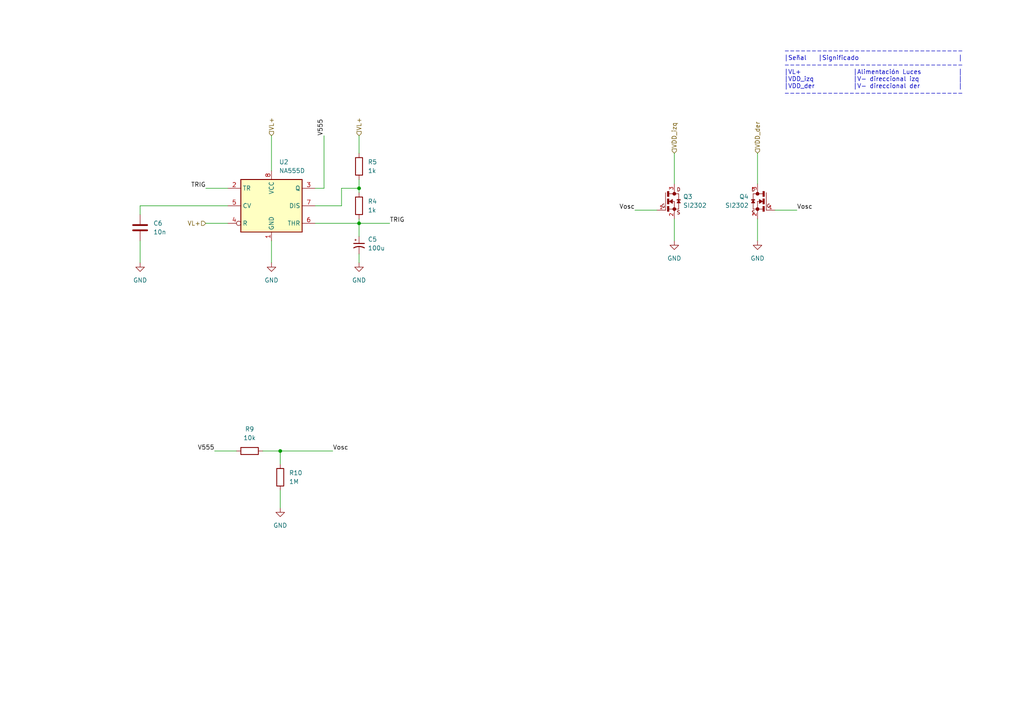
<source format=kicad_sch>
(kicad_sch (version 20230121) (generator eeschema)
  (paper "A4")
  (lib_symbols
    (symbol "Device:C" (pin_numbers hide) (pin_names (offset 0.254))
      (property "Reference" "C" (at 0.635 2.54 0))
      (property "Value" "C" (at 0.635 -2.54 0))
      (symbol "C_0_1"
        (polyline (pts (xy -2.032 -0.762) (xy 2.032 -0.762)) (stroke (width 0.508)))
        (polyline (pts (xy -2.032 0.762) (xy 2.032 0.762)) (stroke (width 0.508)))
      )
      (symbol "C_1_1"
        (pin passive line (at 0 3.81 270) (length 2.794) (name "~") (number "1"))
        (pin passive line (at 0 -3.81 90) (length 2.794) (name "~") (number "2"))
      )
    )
    (symbol "Device:C_Polarized_Small_US" (pin_numbers hide) (pin_names (offset 0.254) hide)
      (property "Reference" "C" (at 0.254 1.778 0))
      (property "Value" "C_Polarized_Small_US" (at 0.254 -2.032 0))
      (symbol "C_Polarized_Small_US_0_1"
        (polyline (pts (xy -1.524 0.508) (xy 1.524 0.508)) (stroke (width 0.3048)))
        (polyline (pts (xy -1.27 1.524) (xy -0.762 1.524)))
        (polyline (pts (xy -1.016 1.27) (xy -1.016 1.778)))
        (arc (start 1.524 -0.762) (mid 0 -0.3734) (end -1.524 -0.762) (stroke (width 0.3048)))
      )
      (symbol "C_Polarized_Small_US_1_1"
        (pin passive line (at 0 2.54 270) (length 2.032) (name "~") (number "1"))
        (pin passive line (at 0 -2.54 90) (length 2.032) (name "~") (number "2"))
      )
    )
    (symbol "Device:R" (pin_numbers hide) (pin_names (offset 0))
      (property "Reference" "R" (at 2.032 0 90))
      (property "Value" "R" (at 0 0 90))
      (symbol "R_0_1"
        (rectangle (start -1.016 -2.54) (end 1.016 2.54) (stroke (width 0.254)))
      )
      (symbol "R_1_1"
        (pin passive line (at 0 3.81 270) (length 1.27) (name "~") (number "1"))
        (pin passive line (at 0 -3.81 90) (length 1.27) (name "~") (number "2"))
      )
    )
    (symbol "SI2302:SI2302" (pin_names (offset 1.016))
      (property "Reference" "Q" (at 2.5417 0 0))
      (property "Value" "SI2302" (at 2.5438 -2.5438 0))
      (symbol "SI2302_0_0"
        (rectangle (start -2.035 1.399) (end -1.524 2.921) (stroke (width 0.1)) (fill (type outline)))
        (rectangle (start -2.0335 -2.9232) (end -1.524 -1.397) (stroke (width 0.1)) (fill (type outline)))
        (rectangle (start -2.0336 -0.7626) (end -1.524 0.762) (stroke (width 0.1)) (fill (type outline)))
        (circle (center 0 -2.2225) (radius 0.127) (stroke (width 0.4064)))
        (polyline (pts (xy -2.54 -2.54) (xy -2.54 2.54)) (stroke (width 0.1524)))
        (polyline (pts (xy -1.5875 -2.2225) (xy 0 -2.2225)) (stroke (width 0.1524)))
        (polyline (pts (xy -1.5875 2.2225) (xy 0 2.2225)) (stroke (width 0.1524)))
        (polyline (pts (xy -0.508 0) (xy 0 0)) (stroke (width 0.1524)))
        (polyline (pts (xy 0 -2.2225) (xy 0 -2.54)) (stroke (width 0.1524)))
        (polyline (pts (xy 0 0) (xy 0 -2.2225)) (stroke (width 0.1524)))
        (polyline (pts (xy 0 2.2225) (xy 1.27 2.2225)) (stroke (width 0.1524)))
        (polyline (pts (xy 0 2.54) (xy 0 2.2225)) (stroke (width 0.1524)))
        (polyline (pts (xy 1.27 -2.2225) (xy 0 -2.2225)) (stroke (width 0.1524)))
        (polyline (pts (xy 1.27 2.2225) (xy 1.27 -2.2225)) (stroke (width 0.1524)))
        (polyline (pts (xy -1.524 0) (xy -0.508 0.635) (xy -0.508 -0.635) (xy -1.524 0)) (stroke (width 0.1016)) (fill (type outline)))
        (polyline (pts (xy 1.27 0.3175) (xy 0.762 -0.4445) (xy 1.778 -0.4445) (xy 1.27 0.3175)) (stroke (width 0.1524)) (fill (type outline)))
        (circle (center 0 2.2225) (radius 0.127) (stroke (width 0.4064)))
        (rectangle (start 0.7632 0.318) (end 1.778 0.5715) (stroke (width 0.1)) (fill (type outline)))
        (text "D" (at 0.6361 2.8623 0) (effects (font (size 1.0177 1.0177)) (justify left bottom)))
        (text "G" (at -3.813 -1.9065 0) (effects (font (size 1.0168 1.0168)) (justify left bottom)))
        (text "S" (at 0.6357 -3.8141 0) (effects (font (size 1.0171 1.0171)) (justify left bottom)))
        (pin passive line (at -5.08 -2.54 0) (length 2.54) (name "~") (number "1"))
        (pin passive line (at 0 -5.08 90) (length 2.54) (name "~") (number "2"))
        (pin passive line (at 0 5.08 270) (length 2.54) (name "~") (number "3"))
      )
    )
    (symbol "Timer:NA555D"
      (property "Reference" "U" (at -10.16 8.89 0))
      (property "Value" "NA555D" (at 2.54 8.89 0))
      (symbol "NA555D_0_0"
        (pin power_in line (at 0 -10.16 90) (length 2.54) (name "GND") (number "1"))
        (pin power_in line (at 0 10.16 270) (length 2.54) (name "VCC") (number "8"))
      )
      (symbol "NA555D_0_1"
        (rectangle (start -8.89 -7.62) (end 8.89 7.62) (stroke (width 0.254)) (fill (type background)))
        (rectangle (start -8.89 -7.62) (end 8.89 7.62) (stroke (width 0.254)) (fill (type background)))
      )
      (symbol "NA555D_1_1"
        (pin input line (at -12.7 5.08 0) (length 3.81) (name "TR") (number "2"))
        (pin output line (at 12.7 5.08 180) (length 3.81) (name "Q") (number "3"))
        (pin input inverted (at -12.7 -5.08 0) (length 3.81) (name "R") (number "4"))
        (pin input line (at -12.7 0 0) (length 3.81) (name "CV") (number "5"))
        (pin input line (at 12.7 -5.08 180) (length 3.81) (name "THR") (number "6"))
        (pin input line (at 12.7 0 180) (length 3.81) (name "DIS") (number "7"))
      )
    )
    (symbol "power:GND" (power) (pin_names (offset 0))
      (property "Value" "GND" (at 0 -3.81 0))
      (symbol "GND_0_1"
        (polyline (pts (xy 0 0) (xy 0 -1.27) (xy 1.27 -1.27) (xy 0 -2.54) (xy -1.27 -1.27) (xy 0 -1.27)))
      )
      (symbol "GND_1_1"
        (pin power_in line (at 0 0 270) (length 0) hide (name "GND") (number "1"))
      )
    )
  )
  (junction (at 81.28 130.81))
  (junction (at 104.14 54.61))
  (junction (at 104.14 64.77))
  (wire (pts (xy 104.14 64.77) (xy 104.14 68.58)))
  (wire (pts (xy 219.71 63.5) (xy 219.71 69.85)))
  (wire (pts (xy 224.79 60.96) (xy 231.14 60.96)))
  (wire (pts (xy 99.06 59.69) (xy 99.06 54.61)))
  (wire (pts (xy 78.74 39.37) (xy 78.74 49.53)))
  (wire (pts (xy 78.74 69.85) (xy 78.74 76.2)))
  (wire (pts (xy 195.58 44.45) (xy 195.58 53.34)))
  (wire (pts (xy 104.14 64.77) (xy 113.03 64.77)))
  (wire (pts (xy 40.64 59.69) (xy 40.64 62.23)))
  (wire (pts (xy 66.04 59.69) (xy 40.64 59.69)))
  (wire (pts (xy 40.64 69.85) (xy 40.64 76.2)))
  (wire (pts (xy 81.28 142.24) (xy 81.28 147.32)))
  (wire (pts (xy 104.14 39.37) (xy 104.14 44.45)))
  (wire (pts (xy 81.28 130.81) (xy 96.52 130.81)))
  (wire (pts (xy 59.69 64.77) (xy 66.04 64.77)))
  (wire (pts (xy 99.06 54.61) (xy 104.14 54.61)))
  (wire (pts (xy 104.14 54.61) (xy 104.14 55.88)))
  (wire (pts (xy 62.23 130.81) (xy 68.58 130.81)))
  (wire (pts (xy 93.98 39.37) (xy 93.98 54.61)))
  (wire (pts (xy 104.14 63.5) (xy 104.14 64.77)))
  (wire (pts (xy 104.14 73.66) (xy 104.14 76.2)))
  (wire (pts (xy 76.2 130.81) (xy 81.28 130.81)))
  (wire (pts (xy 91.44 54.61) (xy 93.98 54.61)))
  (wire (pts (xy 81.28 130.81) (xy 81.28 134.62)))
  (wire (pts (xy 91.44 59.69) (xy 99.06 59.69)))
  (wire (pts (xy 59.69 54.61) (xy 66.04 54.61)))
  (wire (pts (xy 219.71 44.45) (xy 219.71 53.34)))
  (wire (pts (xy 195.58 63.5) (xy 195.58 69.85)))
  (wire (pts (xy 104.14 52.07) (xy 104.14 54.61)))
  (wire (pts (xy 184.15 60.96) (xy 190.5 60.96)))
  (wire (pts (xy 91.44 64.77) (xy 104.14 64.77)))
  (text "---------------------------------\n|Señal	|Significado					|\n---------------------------------\n|VL+ 			|Alimentación Luces		|\n|VDD_izq		|V- direccional izq		|\n|VDD_der		|V- direccional der		|\n---------------------------------" (at 227.33 27.94 0) (effects (font (size 1.27 1.27)) (justify left bottom)))
  (label "V555" (at 93.98 39.37 90))
  (label "Vosc" (at 184.15 60.96 180))
  (label "Vosc" (at 96.52 130.81 0))
  (label "TRIG" (at 113.03 64.77 0))
  (label "TRIG" (at 59.69 54.61 180))
  (label "V555" (at 62.23 130.81 180))
  (label "Vosc" (at 231.14 60.96 0))
  (hierarchical_label "VDD_izq" (shape input) (at 195.58 44.45 90))
  (hierarchical_label "VL+" (shape input) (at 78.74 39.37 90))
  (hierarchical_label "VL+" (shape input) (at 59.69 64.77 180))
  (hierarchical_label "VDD_der" (shape input) (at 219.71 44.45 90))
  (hierarchical_label "VL+" (shape input) (at 104.14 39.37 90))
  (symbol (lib_id "Device:C") (at 40.64 66.04 0) (unit 1)
    (property "Reference" "C6" (at 44.45 64.77 0) (effects (justify left)))
    (property "Value" "10n" (at 44.45 67.31 0) (effects (justify left)))
    (instances (project "SmartBike2" (path "" (reference "C6") (unit 1)) (path "" (reference "C5") (unit 1))))
  )
  (symbol (lib_id "Device:R") (at 104.14 48.26 0) (unit 1)
    (property "Reference" "R5" (at 106.68 46.99 0) (effects (justify left)))
    (property "Value" "1k" (at 106.68 49.53 0) (effects (justify left)))
    (instances (project "SmartBike2" (path "" (reference "R5") (unit 1)) (path "" (reference "R4") (unit 1))))
  )
  (symbol (lib_id "SI2302:SI2302") (at 219.71 58.42 0) (mirror y) (unit 1)
    (property "Reference" "Q4" (at 217.17 57.0451 0) (effects (justify left)))
    (property "Value" "SI2302" (at 217.17 59.5851 0) (effects (justify left)))
    (property "Footprint" "SI2302:SOT23" (effects hide))
    (property "MF" "Micro Commercial Components (MCC)" (effects hide))
    (property "Description" "\nN-Channel 20V 2.6A (Ta) 710mW (Ta) Surface Mount SOT-23-3 (TO-236)\n" (effects hide))
    (property "Package" "TO-236-3 Micro Commercial Components (MCC)" (effects hide))
    (property "Price" "None" (effects hide))
    (property "SnapEDA_Link" "https://www.snapeda.com/parts/SI2302/Micro+Commercial+Components/view-part/?ref=snap" (effects hide))
    (property "MP" "SI2302" (effects hide))
    (property "Availability" "Not in stock" (effects hide))
    (property "Check_prices" "https://www.snapeda.com/parts/SI2302/Micro+Commercial+Components/view-part/?ref=eda" (effects hide))
  )
  (symbol (lib_id "power:GND") (at 195.58 69.85 0) (unit 1)
    (property "Reference" "#PWR011" (effects hide))
    (property "Value" "GND" (at 195.58 74.93 0))
  )
  (symbol (lib_id "Device:C_Polarized_Small_US") (at 104.14 71.12 0) (unit 1)
    (property "Reference" "C5" (at 106.68 69.4182 0) (effects (justify left)))
    (property "Value" "100u" (at 106.68 71.9582 0) (effects (justify left)))
    (instances (project "SmartBike2" (path "" (reference "C5") (unit 1)) (path "" (reference "C6") (unit 1))))
  )
  (symbol (lib_id "power:GND") (at 81.28 147.32 0) (unit 1)
    (property "Reference" "#PWR010" (effects hide))
    (property "Value" "GND" (at 81.28 152.4 0))
  )
  (symbol (lib_id "power:GND") (at 104.14 76.2 0) (unit 1)
    (property "Reference" "#PWR03" (effects hide))
    (property "Value" "GND" (at 104.14 81.28 0))
    (instances (project "SmartBike2" (path "" (reference "#PWR03") (unit 1)) (path "" (reference "#PWR05") (unit 1))))
  )
  (symbol (lib_id "Timer:NA555D") (at 78.74 59.69 0) (unit 1)
    (property "Reference" "U2" (at 80.9341 46.99 0) (effects (justify left)))
    (property "Value" "NA555D" (at 80.9341 49.53 0) (effects (justify left)))
    (property "Footprint" "Package_SO:SOIC-8_3.9x4.9mm_P1.27mm" (effects hide))
    (property "Datasheet" "http://www.ti.com/lit/ds/symlink/ne555.pdf" (effects hide))
  )
  (symbol (lib_id "power:GND") (at 40.64 76.2 0) (unit 1)
    (property "Reference" "#PWR05" (effects hide))
    (property "Value" "GND" (at 40.64 81.28 0))
    (instances (project "SmartBike2" (path "" (reference "#PWR05") (unit 1)) (path "" (reference "#PWR03") (unit 1))))
  )
  (symbol (lib_id "Device:R") (at 81.28 138.43 180) (unit 1)
    (property "Reference" "R10" (at 83.82 137.16 0) (effects (justify right)))
    (property "Value" "1M" (at 83.82 139.7 0) (effects (justify right)))
  )
  (symbol (lib_id "SI2302:SI2302") (at 195.58 58.42 0) (unit 1)
    (property "Reference" "Q3" (at 198.12 57.0451 0) (effects (justify left)))
    (property "Value" "SI2302" (at 198.12 59.5851 0) (effects (justify left)))
    (property "Footprint" "SI2302:SOT23" (effects hide))
    (property "MF" "Micro Commercial Components (MCC)" (effects hide))
    (property "Description" "\nN-Channel 20V 2.6A (Ta) 710mW (Ta) Surface Mount SOT-23-3 (TO-236)\n" (effects hide))
    (property "Package" "TO-236-3 Micro Commercial Components (MCC)" (effects hide))
    (property "Price" "None" (effects hide))
    (property "SnapEDA_Link" "https://www.snapeda.com/parts/SI2302/Micro+Commercial+Components/view-part/?ref=snap" (effects hide))
    (property "MP" "SI2302" (effects hide))
    (property "Availability" "Not in stock" (effects hide))
    (property "Check_prices" "https://www.snapeda.com/parts/SI2302/Micro+Commercial+Components/view-part/?ref=eda" (effects hide))
  )
  (symbol (lib_id "Device:R") (at 72.39 130.81 90) (unit 1)
    (property "Reference" "R9" (at 72.39 124.46 90))
    (property "Value" "10k" (at 72.39 127 90))
  )
  (symbol (lib_id "power:GND") (at 78.74 76.2 0) (unit 1)
    (property "Reference" "#PWR04" (effects hide))
    (property "Value" "GND" (at 78.74 81.28 0))
  )
  (symbol (lib_id "Device:R") (at 104.14 59.69 0) (unit 1)
    (property "Reference" "R4" (at 106.68 58.42 0) (effects (justify left)))
    (property "Value" "1k" (at 106.68 60.96 0) (effects (justify left)))
    (instances (project "SmartBike2" (path "" (reference "R4") (unit 1)) (path "" (reference "R5") (unit 1))))
  )
  (symbol (lib_id "power:GND") (at 219.71 69.85 0) (unit 1)
    (property "Reference" "#PWR012" (effects hide))
    (property "Value" "GND" (at 219.71 74.93 0))
  )
)
</source>
